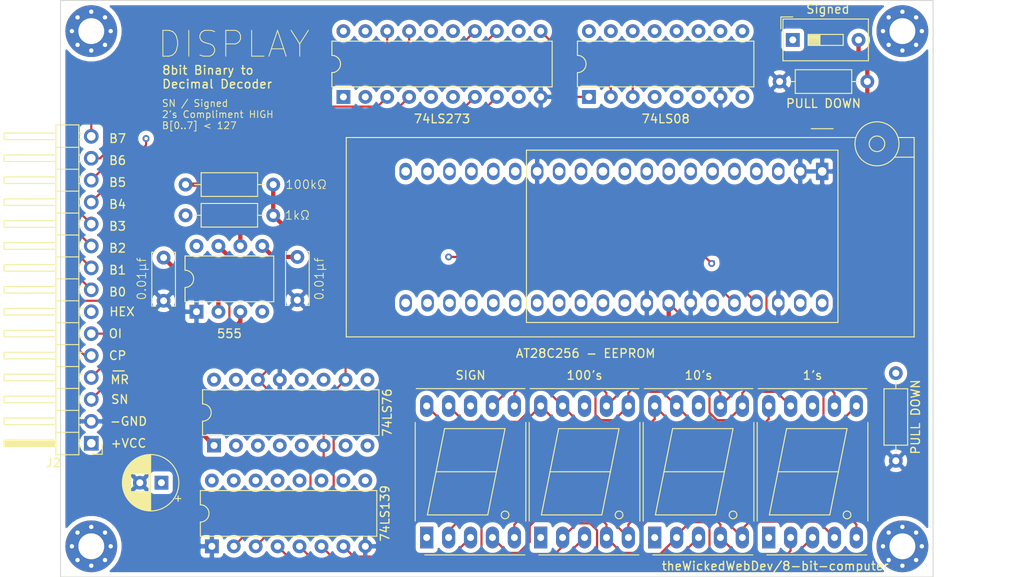
<source format=kicad_pcb>
(kicad_pcb (version 20171130) (host pcbnew "(5.1.10-1-10_14)")
  (layers (0 F.Cu signal) (1 In1.Cu signal) (2 In2.Cu signal hide) (31 B.Cu signal hide) (34 B.Paste user) (35 F.Paste user) (36 B.SilkS user) (37 F.SilkS user) (38 B.Mask user) (39 F.Mask user) (44 Edge.Cuts user))
  (net 0 "")
  (net 1 GND)
  (net 2 VCC)
  (net 3 "Net-(C133-Pad2)")
  (net 4 "Net-(C233-Pad1)")
  (net 5 "Net-(R1452-Pad1)")
  (net 6 "Net-(U2444-Pad15)")
  (net 7 "Net-(U1555-Pad4)")
  (net 8 "Net-(U2444-Pad11)")
  (net 9 "Net-(U2-Pad3)")
  (net 10 "Net-(U3-Pad5)")
  (net 11 BUS0)
  (net 12 BUS1)
  (net 13 BUS2)
  (net 14 BUS3)
  (net 15 BUS4)
  (net 16 BUS5)
  (net 17 BUS6)
  (net 18 BUS7)
  (net 19 RST)
  (net 20 CLOCK)
  (net 21 OI)
  (net 22 E_SEG)
  (net 23 D_SEG)
  (net 24 SIGN_DISPLAY)
  (net 25 C_SEG)
  (net 26 B_SEG)
  (net 27 A_SEG)
  (net 28 F_SEG)
  (net 29 G_SEG)
  (net 30 "Net-(U3-Pad19)")
  (net 31 "Net-(U3-Pad9)")
  (net 32 "Net-(U3-Pad16)")
  (net 33 "Net-(U3-Pad6)")
  (net 34 "Net-(U3-Pad15)")
  (net 35 "Net-(U3-Pad12)")
  (net 36 "Net-(U3-Pad2)")
  (net 37 100_DISPLAY)
  (net 38 10_DISPLAY)
  (net 39 1_DISPLAY)
  (net 40 DP_SEG)
  (net 41 A1)
  (net 42 A0)
  (net 43 RATE)
  (net 44 SIGNED)
  (net 45 HEX)
  (module Connector_PinHeader_2.54mm:PinHeader_1x15_P2.54mm_Horizontal (layer F.Cu) (at 86.868 58.928 180)
    (fp_text reference J2 (at 4.385 -2.27) (layer F.SilkS))
    (fp_text value Conn_01x15)
    (pad 15 thru_hole oval (at 0 35.56 180) (size 1.7 1.7) (drill 1) (layers *.Cu *.Mask) (net 18 BUS7))
    (pad 14 thru_hole oval (at 0 33.02 180) (size 1.7 1.7) (drill 1) (layers *.Cu *.Mask) (net 17 BUS6))
    (pad 13 thru_hole oval (at 0 30.48 180) (size 1.7 1.7) (drill 1) (layers *.Cu *.Mask) (net 16 BUS5))
    (pad 12 thru_hole oval (at 0 27.94 180) (size 1.7 1.7) (drill 1) (layers *.Cu *.Mask) (net 15 BUS4))
    (pad 11 thru_hole oval (at 0 25.4 180) (size 1.7 1.7) (drill 1) (layers *.Cu *.Mask) (net 14 BUS3))
    (pad 10 thru_hole oval (at 0 22.86 180) (size 1.7 1.7) (drill 1) (layers *.Cu *.Mask) (net 13 BUS2))
    (pad 9 thru_hole oval (at 0 20.32 180) (size 1.7 1.7) (drill 1) (layers *.Cu *.Mask) (net 12 BUS1))
    (pad 8 thru_hole oval (at 0 17.78 180) (size 1.7 1.7) (drill 1) (layers *.Cu *.Mask) (net 11 BUS0))
    (pad 7 thru_hole oval (at 0 15.24 180) (size 1.7 1.7) (drill 1) (layers *.Cu *.Mask) (net 45 HEX))
    (pad 6 thru_hole oval (at 0 12.7 180) (size 1.7 1.7) (drill 1) (layers *.Cu *.Mask) (net 21 OI))
    (pad 5 thru_hole oval (at 0 10.16 180) (size 1.7 1.7) (drill 1) (layers *.Cu *.Mask) (net 20 CLOCK))
    (pad 4 thru_hole oval (at 0 7.62 180) (size 1.7 1.7) (drill 1) (layers *.Cu *.Mask) (net 19 RST))
    (pad 3 thru_hole oval (at 0 5.08 180) (size 1.7 1.7) (drill 1) (layers *.Cu *.Mask) (net 44 SIGNED))
    (pad 2 thru_hole oval (at 0 2.54 180) (size 1.7 1.7) (drill 1) (layers *.Cu *.Mask) (net 1 GND))
    (pad 1 thru_hole rect (at 0 0 180) (size 1.7 1.7) (drill 1) (layers *.Cu *.Mask) (net 2 VCC))
  )
  (module Resistor_THT:R_Axial_DIN0207_L6.3mm_D2.5mm_P10.16mm_Horizontal (layer F.Cu) (at 180.086 60.96 90)
    (fp_text reference R2 hide)
    (fp_text value R_US)
    (pad 2 thru_hole oval (at 10.16 0 90) (size 1.6 1.6) (drill 0.8) (layers *.Cu *.Mask) (net 45 HEX))
    (pad 1 thru_hole circle (at 0 0 90) (size 1.6 1.6) (drill 0.8) (layers *.Cu *.Mask) (net 1 GND))
  )
  (module Button_Switch_THT:SW_DIP_SPSTx01_Slide_9.78x4.72mm_W7.62mm_P2.54mm (layer F.Cu) (at 168.148 12.192)
    (fp_text reference SW1 hide)
    (fp_text value SW_SPST)
    (pad 2 thru_hole oval (at 7.62 0) (size 1.6 1.6) (drill 0.8) (layers *.Cu *.Mask) (net 44 SIGNED))
    (pad 1 thru_hole rect (at 0 0) (size 1.6 1.6) (drill 0.8) (layers *.Cu *.Mask) (net 2 VCC))
  )
  (module Resistor_THT:R_Axial_DIN0207_L6.3mm_D2.5mm_P10.16mm_Horizontal (layer F.Cu) (at 166.624 17.018)
    (fp_text reference R1 hide)
    (fp_text value R_US)
    (pad 2 thru_hole oval (at 10.16 0) (size 1.6 1.6) (drill 0.8) (layers *.Cu *.Mask) (net 44 SIGNED))
    (pad 1 thru_hole circle (at 0 0) (size 1.6 1.6) (drill 0.8) (layers *.Cu *.Mask) (net 1 GND))
  )
  (module Capacitor_THT:CP_Radial_D6.3mm_P2.50mm (layer F.Cu) (at 94.996 63.5 180)
    (fp_text reference C16 hide)
    (fp_text value CP1 hide)
    (pad 2 thru_hole circle (at 2.5 0 180) (size 1.6 1.6) (drill 0.8) (layers *.Cu *.Mask) (net 1 GND))
    (pad 1 thru_hole rect (at 0 0 180) (size 1.6 1.6) (drill 0.8) (layers *.Cu *.Mask) (net 2 VCC))
  )
  (module MountingHole:MountingHole_3mm_Pad_Via (layer F.Cu) (at 86.868 11.176)
    (fp_text reference REF** hide)
    (fp_text value MountingHole_3mm_Pad_Via hide)
    (pad 1 thru_hole circle (at 1.59099 -1.59099) (size 0.8 0.8) (drill 0.5) (layers *.Cu *.Mask))
    (pad 1 thru_hole circle (at 0 -2.25) (size 0.8 0.8) (drill 0.5) (layers *.Cu *.Mask))
    (pad 1 thru_hole circle (at -1.59099 -1.59099) (size 0.8 0.8) (drill 0.5) (layers *.Cu *.Mask))
    (pad 1 thru_hole circle (at -2.25 0) (size 0.8 0.8) (drill 0.5) (layers *.Cu *.Mask))
    (pad 1 thru_hole circle (at -1.59099 1.59099) (size 0.8 0.8) (drill 0.5) (layers *.Cu *.Mask))
    (pad 1 thru_hole circle (at 0 2.25) (size 0.8 0.8) (drill 0.5) (layers *.Cu *.Mask))
    (pad 1 thru_hole circle (at 1.59099 1.59099) (size 0.8 0.8) (drill 0.5) (layers *.Cu *.Mask))
    (pad 1 thru_hole circle (at 2.25 0) (size 0.8 0.8) (drill 0.5) (layers *.Cu *.Mask))
    (pad 1 thru_hole circle (at 0 0) (size 6 6) (drill 3) (layers *.Cu *.Mask))
  )
  (module MountingHole:MountingHole_3mm_Pad_Via (layer F.Cu) (at 86.868 70.866)
    (fp_text reference REF** hide)
    (fp_text value MountingHole_3mm_Pad_Via hide)
    (pad 1 thru_hole circle (at 0 0) (size 6 6) (drill 3) (layers *.Cu *.Mask))
    (pad 1 thru_hole circle (at 2.25 0) (size 0.8 0.8) (drill 0.5) (layers *.Cu *.Mask))
    (pad 1 thru_hole circle (at 1.59099 1.59099) (size 0.8 0.8) (drill 0.5) (layers *.Cu *.Mask))
    (pad 1 thru_hole circle (at 0 2.25) (size 0.8 0.8) (drill 0.5) (layers *.Cu *.Mask))
    (pad 1 thru_hole circle (at -1.59099 1.59099) (size 0.8 0.8) (drill 0.5) (layers *.Cu *.Mask))
    (pad 1 thru_hole circle (at -2.25 0) (size 0.8 0.8) (drill 0.5) (layers *.Cu *.Mask))
    (pad 1 thru_hole circle (at -1.59099 -1.59099) (size 0.8 0.8) (drill 0.5) (layers *.Cu *.Mask))
    (pad 1 thru_hole circle (at 0 -2.25) (size 0.8 0.8) (drill 0.5) (layers *.Cu *.Mask))
    (pad 1 thru_hole circle (at 1.59099 -1.59099) (size 0.8 0.8) (drill 0.5) (layers *.Cu *.Mask))
  )
  (module MountingHole:MountingHole_3mm_Pad_Via (layer F.Cu) (at 180.848 11.176)
    (fp_text reference REF** hide)
    (fp_text value MountingHole_3mm_Pad_Via hide)
    (pad 1 thru_hole circle (at 0 0) (size 6 6) (drill 3) (layers *.Cu *.Mask))
    (pad 1 thru_hole circle (at 2.25 0) (size 0.8 0.8) (drill 0.5) (layers *.Cu *.Mask))
    (pad 1 thru_hole circle (at 1.59099 1.59099) (size 0.8 0.8) (drill 0.5) (layers *.Cu *.Mask))
    (pad 1 thru_hole circle (at 0 2.25) (size 0.8 0.8) (drill 0.5) (layers *.Cu *.Mask))
    (pad 1 thru_hole circle (at -1.59099 1.59099) (size 0.8 0.8) (drill 0.5) (layers *.Cu *.Mask))
    (pad 1 thru_hole circle (at -2.25 0) (size 0.8 0.8) (drill 0.5) (layers *.Cu *.Mask))
    (pad 1 thru_hole circle (at -1.59099 -1.59099) (size 0.8 0.8) (drill 0.5) (layers *.Cu *.Mask))
    (pad 1 thru_hole circle (at 0 -2.25) (size 0.8 0.8) (drill 0.5) (layers *.Cu *.Mask))
    (pad 1 thru_hole circle (at 1.59099 -1.59099) (size 0.8 0.8) (drill 0.5) (layers *.Cu *.Mask))
  )
  (module MountingHole:MountingHole_3mm_Pad_Via (layer F.Cu) (at 180.848 70.866)
    (fp_text reference REF** hide)
    (fp_text value MountingHole_3mm_Pad_Via hide)
    (pad 1 thru_hole circle (at 1.59099 -1.59099) (size 0.8 0.8) (drill 0.5) (layers *.Cu *.Mask))
    (pad 1 thru_hole circle (at 0 -2.25) (size 0.8 0.8) (drill 0.5) (layers *.Cu *.Mask))
    (pad 1 thru_hole circle (at -1.59099 -1.59099) (size 0.8 0.8) (drill 0.5) (layers *.Cu *.Mask))
    (pad 1 thru_hole circle (at -2.25 0) (size 0.8 0.8) (drill 0.5) (layers *.Cu *.Mask))
    (pad 1 thru_hole circle (at -1.59099 1.59099) (size 0.8 0.8) (drill 0.5) (layers *.Cu *.Mask))
    (pad 1 thru_hole circle (at 0 2.25) (size 0.8 0.8) (drill 0.5) (layers *.Cu *.Mask))
    (pad 1 thru_hole circle (at 1.59099 1.59099) (size 0.8 0.8) (drill 0.5) (layers *.Cu *.Mask))
    (pad 1 thru_hole circle (at 2.25 0) (size 0.8 0.8) (drill 0.5) (layers *.Cu *.Mask))
    (pad 1 thru_hole circle (at 0 0) (size 6 6) (drill 3) (layers *.Cu *.Mask))
  )
  (module Package_DIP:DIP-16_W7.62mm (layer F.Cu) (at 100.838 70.866 90)
    (fp_text reference U4332 hide)
    (fp_text value 74LS139)
    (pad 16 thru_hole oval (at 7.62 0 90) (size 1.6 1.6) (drill 0.8) (layers *.Cu *.Mask) (net 2 VCC))
    (pad 8 thru_hole oval (at 0 17.78 90) (size 1.6 1.6) (drill 0.8) (layers *.Cu *.Mask) (net 1 GND))
    (pad 15 thru_hole oval (at 7.62 2.54 90) (size 1.6 1.6) (drill 0.8) (layers *.Cu *.Mask))
    (pad 7 thru_hole oval (at 0 15.24 90) (size 1.6 1.6) (drill 0.8) (layers *.Cu *.Mask) (net 24 SIGN_DISPLAY))
    (pad 14 thru_hole oval (at 7.62 5.08 90) (size 1.6 1.6) (drill 0.8) (layers *.Cu *.Mask))
    (pad 6 thru_hole oval (at 0 12.7 90) (size 1.6 1.6) (drill 0.8) (layers *.Cu *.Mask) (net 37 100_DISPLAY))
    (pad 13 thru_hole oval (at 7.62 7.62 90) (size 1.6 1.6) (drill 0.8) (layers *.Cu *.Mask))
    (pad 5 thru_hole oval (at 0 10.16 90) (size 1.6 1.6) (drill 0.8) (layers *.Cu *.Mask) (net 38 10_DISPLAY))
    (pad 12 thru_hole oval (at 7.62 10.16 90) (size 1.6 1.6) (drill 0.8) (layers *.Cu *.Mask))
    (pad 4 thru_hole oval (at 0 7.62 90) (size 1.6 1.6) (drill 0.8) (layers *.Cu *.Mask) (net 39 1_DISPLAY))
    (pad 11 thru_hole oval (at 7.62 12.7 90) (size 1.6 1.6) (drill 0.8) (layers *.Cu *.Mask))
    (pad 3 thru_hole oval (at 0 5.08 90) (size 1.6 1.6) (drill 0.8) (layers *.Cu *.Mask) (net 41 A1))
    (pad 10 thru_hole oval (at 7.62 15.24 90) (size 1.6 1.6) (drill 0.8) (layers *.Cu *.Mask))
    (pad 2 thru_hole oval (at 0 2.54 90) (size 1.6 1.6) (drill 0.8) (layers *.Cu *.Mask) (net 42 A0))
    (pad 9 thru_hole oval (at 7.62 17.78 90) (size 1.6 1.6) (drill 0.8) (layers *.Cu *.Mask))
    (pad 1 thru_hole rect (at 0 0 90) (size 1.6 1.6) (drill 0.8) (layers *.Cu *.Mask) (net 1 GND))
  )
  (module Package_DIP:DIP-16_W7.62mm (layer F.Cu) (at 101.092 59.182 90)
    (fp_text reference U2444 hide)
    (fp_text value 74LS76)
    (pad 16 thru_hole oval (at 7.62 0 90) (size 1.6 1.6) (drill 0.8) (layers *.Cu *.Mask) (net 2 VCC))
    (pad 8 thru_hole oval (at 0 17.78 90) (size 1.6 1.6) (drill 0.8) (layers *.Cu *.Mask) (net 2 VCC))
    (pad 15 thru_hole oval (at 7.62 2.54 90) (size 1.6 1.6) (drill 0.8) (layers *.Cu *.Mask) (net 6 "Net-(U2444-Pad15)"))
    (pad 7 thru_hole oval (at 0 15.24 90) (size 1.6 1.6) (drill 0.8) (layers *.Cu *.Mask) (net 2 VCC))
    (pad 14 thru_hole oval (at 7.62 5.08 90) (size 1.6 1.6) (drill 0.8) (layers *.Cu *.Mask) (net 42 A0))
    (pad 6 thru_hole oval (at 0 12.7 90) (size 1.6 1.6) (drill 0.8) (layers *.Cu *.Mask) (net 42 A0))
    (pad 13 thru_hole oval (at 7.62 7.62 90) (size 1.6 1.6) (drill 0.8) (layers *.Cu *.Mask) (net 1 GND))
    (pad 5 thru_hole oval (at 0 10.16 90) (size 1.6 1.6) (drill 0.8) (layers *.Cu *.Mask) (net 2 VCC))
    (pad 12 thru_hole oval (at 7.62 10.16 90) (size 1.6 1.6) (drill 0.8) (layers *.Cu *.Mask) (net 2 VCC))
    (pad 4 thru_hole oval (at 0 7.62 90) (size 1.6 1.6) (drill 0.8) (layers *.Cu *.Mask) (net 2 VCC))
    (pad 11 thru_hole oval (at 7.62 12.7 90) (size 1.6 1.6) (drill 0.8) (layers *.Cu *.Mask) (net 8 "Net-(U2444-Pad11)"))
    (pad 3 thru_hole oval (at 0 5.08 90) (size 1.6 1.6) (drill 0.8) (layers *.Cu *.Mask) (net 2 VCC))
    (pad 10 thru_hole oval (at 7.62 15.24 90) (size 1.6 1.6) (drill 0.8) (layers *.Cu *.Mask) (net 41 A1))
    (pad 2 thru_hole oval (at 0 2.54 90) (size 1.6 1.6) (drill 0.8) (layers *.Cu *.Mask) (net 2 VCC))
    (pad 9 thru_hole oval (at 7.62 17.78 90) (size 1.6 1.6) (drill 0.8) (layers *.Cu *.Mask) (net 2 VCC))
    (pad 1 thru_hole rect (at 0 0 90) (size 1.6 1.6) (drill 0.8) (layers *.Cu *.Mask) (net 43 RATE))
  )
  (module Package_DIP:DIP-8_W7.62mm (layer F.Cu) (at 99.06 43.688 90)
    (fp_text reference U1555 hide)
    (fp_text value NE55P)
    (pad 8 thru_hole oval (at 7.62 0 90) (size 1.6 1.6) (drill 0.8) (layers *.Cu *.Mask) (net 2 VCC))
    (pad 4 thru_hole oval (at 0 7.62 90) (size 1.6 1.6) (drill 0.8) (layers *.Cu *.Mask) (net 7 "Net-(U1555-Pad4)"))
    (pad 7 thru_hole oval (at 7.62 2.54 90) (size 1.6 1.6) (drill 0.8) (layers *.Cu *.Mask) (net 5 "Net-(R1452-Pad1)"))
    (pad 3 thru_hole oval (at 0 5.08 90) (size 1.6 1.6) (drill 0.8) (layers *.Cu *.Mask) (net 43 RATE))
    (pad 6 thru_hole oval (at 7.62 5.08 90) (size 1.6 1.6) (drill 0.8) (layers *.Cu *.Mask) (net 3 "Net-(C133-Pad2)"))
    (pad 2 thru_hole oval (at 0 2.54 90) (size 1.6 1.6) (drill 0.8) (layers *.Cu *.Mask) (net 3 "Net-(C133-Pad2)"))
    (pad 5 thru_hole oval (at 7.62 7.62 90) (size 1.6 1.6) (drill 0.8) (layers *.Cu *.Mask) (net 4 "Net-(C233-Pad1)"))
    (pad 1 thru_hole rect (at 0 0 90) (size 1.6 1.6) (drill 0.8) (layers *.Cu *.Mask) (net 1 GND))
  )
  (module 8-bit-computer:DIP_Socket-40_W11.9_W12.7_W15.24_W17.78_W18.5_3M_240-1280-00-0602J (layer F.Cu) (at 149.86 34.798 270)
    (fp_text reference U9 hide)
    (fp_text value AT28C256)
    (pad "" thru_hole oval (at 7.874 26.5684 270) (size 2 1.44) (drill 1) (layers *.Cu *.Mask))
    (pad "" thru_hole oval (at -7.366 26.5684 270) (size 2 1.44) (drill 1) (layers *.Cu *.Mask))
    (pad "" thru_hole oval (at 7.874 24.0284 270) (size 2 1.44) (drill 1) (layers *.Cu *.Mask))
    (pad "" thru_hole oval (at -7.366 24.0284 270) (size 2 1.44) (drill 1) (layers *.Cu *.Mask))
    (pad "" thru_hole oval (at 7.874 21.4884 270) (size 2 1.44) (drill 1) (layers *.Cu *.Mask))
    (pad "" thru_hole oval (at -7.366 21.4884 270) (size 2 1.44) (drill 1) (layers *.Cu *.Mask))
    (pad "" thru_hole oval (at 7.874 18.9484 270) (size 2 1.44) (drill 1) (layers *.Cu *.Mask))
    (pad "" thru_hole oval (at -7.366 18.9484 270) (size 2 1.44) (drill 1) (layers *.Cu *.Mask))
    (pad "" thru_hole oval (at 7.874 16.4084 270) (size 2 1.44) (drill 1) (layers *.Cu *.Mask))
    (pad "" thru_hole oval (at -7.366 16.4084 270) (size 2 1.44) (drill 1) (layers *.Cu *.Mask))
    (pad "" thru_hole oval (at 7.874 13.8684 270) (size 2 1.44) (drill 1) (layers *.Cu *.Mask))
    (pad "" thru_hole oval (at -7.366 13.8684 270) (size 2 1.44) (drill 1) (layers *.Cu *.Mask))
    (pad 15 thru_hole oval (at 7.874 11.3284 270) (size 2 1.44) (drill 1) (layers *.Cu *.Mask) (net 23 D_SEG))
    (pad 14 thru_hole oval (at -7.366 11.3284 270) (size 2 1.44) (drill 1) (layers *.Cu *.Mask) (net 1 GND))
    (pad 16 thru_hole oval (at 7.874 8.7884 270) (size 2 1.44) (drill 1) (layers *.Cu *.Mask) (net 25 C_SEG))
    (pad 13 thru_hole oval (at -7.366 8.7884 270) (size 2 1.44) (drill 1) (layers *.Cu *.Mask) (net 22 E_SEG))
    (pad 17 thru_hole oval (at 7.874 6.2484 270) (size 2 1.44) (drill 1) (layers *.Cu *.Mask) (net 26 B_SEG))
    (pad 12 thru_hole oval (at -7.366 6.2484 270) (size 2 1.44) (drill 1) (layers *.Cu *.Mask) (net 28 F_SEG))
    (pad 18 thru_hole oval (at 7.874 3.7084 270) (size 2 1.44) (drill 1) (layers *.Cu *.Mask) (net 27 A_SEG))
    (pad 11 thru_hole oval (at -7.366 3.7084 270) (size 2 1.44) (drill 1) (layers *.Cu *.Mask) (net 29 G_SEG))
    (pad 19 thru_hole oval (at 7.874 1.1684 270) (size 2 1.44) (drill 1) (layers *.Cu *.Mask) (net 40 DP_SEG))
    (pad 10 thru_hole oval (at -7.366 1.1684 270) (size 2 1.44) (drill 1) (layers *.Cu *.Mask) (net 30 "Net-(U3-Pad19)"))
    (pad 20 thru_hole oval (at 7.874 -1.3716 270) (size 2 1.44) (drill 1) (layers *.Cu *.Mask) (net 1 GND))
    (pad 9 thru_hole oval (at -7.366 -1.3716 270) (size 2 1.44) (drill 1) (layers *.Cu *.Mask) (net 32 "Net-(U3-Pad16)"))
    (pad 21 thru_hole oval (at 7.874 -3.9116 270) (size 2 1.44) (drill 1) (layers *.Cu *.Mask) (net 44 SIGNED))
    (pad 8 thru_hole oval (at -7.366 -3.9116 270) (size 2 1.44) (drill 1) (layers *.Cu *.Mask) (net 34 "Net-(U3-Pad15)"))
    (pad 22 thru_hole oval (at 7.874 -6.4516 270) (size 2 1.44) (drill 1) (layers *.Cu *.Mask) (net 1 GND))
    (pad 7 thru_hole oval (at -7.366 -6.4516 270) (size 2 1.44) (drill 1) (layers *.Cu *.Mask) (net 35 "Net-(U3-Pad12)"))
    (pad 23 thru_hole oval (at 7.874 -8.9916 270) (size 2 1.44) (drill 1) (layers *.Cu *.Mask) (net 45 HEX))
    (pad 6 thru_hole oval (at -7.366 -8.9916 270) (size 2 1.44) (drill 1) (layers *.Cu *.Mask) (net 31 "Net-(U3-Pad9)"))
    (pad 24 thru_hole oval (at 7.874 -11.5316 270) (size 2 1.44) (drill 1) (layers *.Cu *.Mask) (net 41 A1))
    (pad 5 thru_hole oval (at -7.366 -11.5316 270) (size 2 1.44) (drill 1) (layers *.Cu *.Mask) (net 33 "Net-(U3-Pad6)"))
    (pad 25 thru_hole oval (at 7.874 -14.0716 270) (size 2 1.44) (drill 1) (layers *.Cu *.Mask) (net 42 A0))
    (pad 4 thru_hole oval (at -7.366 -14.0716 270) (size 2 1.44) (drill 1) (layers *.Cu *.Mask) (net 10 "Net-(U3-Pad5)"))
    (pad 26 thru_hole oval (at 7.874 -16.6116 270) (size 2 1.44) (drill 1) (layers *.Cu *.Mask) (net 1 GND))
    (pad 3 thru_hole oval (at -7.366 -16.6116 270) (size 2 1.44) (drill 1) (layers *.Cu *.Mask) (net 36 "Net-(U3-Pad2)"))
    (pad 27 thru_hole oval (at 7.874 -19.1516 270) (size 2 1.44) (drill 1) (layers *.Cu *.Mask) (net 2 VCC))
    (pad 2 thru_hole oval (at -7.366 -19.1516 270) (size 2 1.44) (drill 1) (layers *.Cu *.Mask) (net 1 GND))
    (pad 28 thru_hole oval (at 7.874 -21.6916 270) (size 2 1.44) (drill 1) (layers *.Cu *.Mask) (net 2 VCC))
    (pad 1 thru_hole rect (at -7.366 -21.6916 270) (size 2 1.44) (drill 1) (layers *.Cu *.Mask) (net 1 GND))
  )
  (module Display_7Segment:7SegmentLED_LTS6760_LTS6780 (layer F.Cu) (at 165.354 69.85 90)
    (fp_text reference U6 hide)
    (fp_text value HDSP-7503 hide)
    (pad 1 thru_hole rect (at 0 0) (size 1.524 2.524) (drill 0.8) (layers *.Cu *.Mask) (net 22 E_SEG))
    (pad 2 thru_hole oval (at 0 2.54) (size 1.524 2.524) (drill 0.8) (layers *.Cu *.Mask) (net 23 D_SEG))
    (pad 3 thru_hole oval (at 0 5.08) (size 1.524 2.524) (drill 0.8) (layers *.Cu *.Mask) (net 39 1_DISPLAY))
    (pad 4 thru_hole oval (at 0 7.62) (size 1.524 2.524) (drill 0.8) (layers *.Cu *.Mask) (net 25 C_SEG))
    (pad 5 thru_hole oval (at 0 10.16) (size 1.524 2.524) (drill 0.8) (layers *.Cu *.Mask) (net 40 DP_SEG))
    (pad 6 thru_hole oval (at 15.24 10.16) (size 1.524 2.524) (drill 0.8) (layers *.Cu *.Mask) (net 26 B_SEG))
    (pad 7 thru_hole oval (at 15.24 7.62) (size 1.524 2.524) (drill 0.8) (layers *.Cu *.Mask) (net 27 A_SEG))
    (pad 8 thru_hole oval (at 15.24 5.08) (size 1.524 2.524) (drill 0.8) (layers *.Cu *.Mask) (net 39 1_DISPLAY))
    (pad 9 thru_hole oval (at 15.24 2.54) (size 1.524 2.524) (drill 0.8) (layers *.Cu *.Mask) (net 28 F_SEG))
    (pad 10 thru_hole oval (at 15.24 0) (size 1.524 2.524) (drill 0.8) (layers *.Cu *.Mask) (net 29 G_SEG))
  )
  (module Display_7Segment:7SegmentLED_LTS6760_LTS6780 (layer F.Cu) (at 152.146 69.85 90)
    (fp_text reference U5 hide)
    (fp_text value HDSP-7503 hide)
    (pad 1 thru_hole rect (at 0 0) (size 1.524 2.524) (drill 0.8) (layers *.Cu *.Mask) (net 22 E_SEG))
    (pad 2 thru_hole oval (at 0 2.54) (size 1.524 2.524) (drill 0.8) (layers *.Cu *.Mask) (net 23 D_SEG))
    (pad 3 thru_hole oval (at 0 5.08) (size 1.524 2.524) (drill 0.8) (layers *.Cu *.Mask) (net 38 10_DISPLAY))
    (pad 4 thru_hole oval (at 0 7.62) (size 1.524 2.524) (drill 0.8) (layers *.Cu *.Mask) (net 25 C_SEG))
    (pad 5 thru_hole oval (at 0 10.16) (size 1.524 2.524) (drill 0.8) (layers *.Cu *.Mask) (net 40 DP_SEG))
    (pad 6 thru_hole oval (at 15.24 10.16) (size 1.524 2.524) (drill 0.8) (layers *.Cu *.Mask) (net 26 B_SEG))
    (pad 7 thru_hole oval (at 15.24 7.62) (size 1.524 2.524) (drill 0.8) (layers *.Cu *.Mask) (net 27 A_SEG))
    (pad 8 thru_hole oval (at 15.24 5.08) (size 1.524 2.524) (drill 0.8) (layers *.Cu *.Mask) (net 38 10_DISPLAY))
    (pad 9 thru_hole oval (at 15.24 2.54) (size 1.524 2.524) (drill 0.8) (layers *.Cu *.Mask) (net 28 F_SEG))
    (pad 10 thru_hole oval (at 15.24 0) (size 1.524 2.524) (drill 0.8) (layers *.Cu *.Mask) (net 29 G_SEG))
  )
  (module Display_7Segment:7SegmentLED_LTS6760_LTS6780 (layer F.Cu) (at 138.938 69.85 90)
    (fp_text reference U4 hide)
    (fp_text value HDSP-7503 hide)
    (pad 1 thru_hole rect (at 0 0) (size 1.524 2.524) (drill 0.8) (layers *.Cu *.Mask) (net 22 E_SEG))
    (pad 2 thru_hole oval (at 0 2.54) (size 1.524 2.524) (drill 0.8) (layers *.Cu *.Mask) (net 23 D_SEG))
    (pad 3 thru_hole oval (at 0 5.08) (size 1.524 2.524) (drill 0.8) (layers *.Cu *.Mask) (net 37 100_DISPLAY))
    (pad 4 thru_hole oval (at 0 7.62) (size 1.524 2.524) (drill 0.8) (layers *.Cu *.Mask) (net 25 C_SEG))
    (pad 5 thru_hole oval (at 0 10.16) (size 1.524 2.524) (drill 0.8) (layers *.Cu *.Mask) (net 40 DP_SEG))
    (pad 6 thru_hole oval (at 15.24 10.16) (size 1.524 2.524) (drill 0.8) (layers *.Cu *.Mask) (net 26 B_SEG))
    (pad 7 thru_hole oval (at 15.24 7.62) (size 1.524 2.524) (drill 0.8) (layers *.Cu *.Mask) (net 27 A_SEG))
    (pad 8 thru_hole oval (at 15.24 5.08) (size 1.524 2.524) (drill 0.8) (layers *.Cu *.Mask) (net 37 100_DISPLAY))
    (pad 9 thru_hole oval (at 15.24 2.54) (size 1.524 2.524) (drill 0.8) (layers *.Cu *.Mask) (net 28 F_SEG))
    (pad 10 thru_hole oval (at 15.24 0) (size 1.524 2.524) (drill 0.8) (layers *.Cu *.Mask) (net 29 G_SEG))
  )
  (module Package_DIP:DIP-20_W7.62mm (layer F.Cu) (at 116.078 18.796 90)
    (fp_text reference U3 hide)
    (fp_text value 74LS273)
    (pad 20 thru_hole oval (at 7.62 0 90) (size 1.6 1.6) (drill 0.8) (layers *.Cu *.Mask) (net 2 VCC))
    (pad 10 thru_hole oval (at 0 22.86 90) (size 1.6 1.6) (drill 0.8) (layers *.Cu *.Mask) (net 1 GND))
    (pad 19 thru_hole oval (at 7.62 2.54 90) (size 1.6 1.6) (drill 0.8) (layers *.Cu *.Mask) (net 30 "Net-(U3-Pad19)"))
    (pad 9 thru_hole oval (at 0 20.32 90) (size 1.6 1.6) (drill 0.8) (layers *.Cu *.Mask) (net 31 "Net-(U3-Pad9)"))
    (pad 18 thru_hole oval (at 7.62 5.08 90) (size 1.6 1.6) (drill 0.8) (layers *.Cu *.Mask) (net 11 BUS0))
    (pad 8 thru_hole oval (at 0 17.78 90) (size 1.6 1.6) (drill 0.8) (layers *.Cu *.Mask) (net 15 BUS4))
    (pad 17 thru_hole oval (at 7.62 7.62 90) (size 1.6 1.6) (drill 0.8) (layers *.Cu *.Mask) (net 12 BUS1))
    (pad 7 thru_hole oval (at 0 15.24 90) (size 1.6 1.6) (drill 0.8) (layers *.Cu *.Mask) (net 16 BUS5))
    (pad 16 thru_hole oval (at 7.62 10.16 90) (size 1.6 1.6) (drill 0.8) (layers *.Cu *.Mask) (net 32 "Net-(U3-Pad16)"))
    (pad 6 thru_hole oval (at 0 12.7 90) (size 1.6 1.6) (drill 0.8) (layers *.Cu *.Mask) (net 33 "Net-(U3-Pad6)"))
    (pad 15 thru_hole oval (at 7.62 12.7 90) (size 1.6 1.6) (drill 0.8) (layers *.Cu *.Mask) (net 34 "Net-(U3-Pad15)"))
    (pad 5 thru_hole oval (at 0 10.16 90) (size 1.6 1.6) (drill 0.8) (layers *.Cu *.Mask) (net 10 "Net-(U3-Pad5)"))
    (pad 14 thru_hole oval (at 7.62 15.24 90) (size 1.6 1.6) (drill 0.8) (layers *.Cu *.Mask) (net 13 BUS2))
    (pad 4 thru_hole oval (at 0 7.62 90) (size 1.6 1.6) (drill 0.8) (layers *.Cu *.Mask) (net 17 BUS6))
    (pad 13 thru_hole oval (at 7.62 17.78 90) (size 1.6 1.6) (drill 0.8) (layers *.Cu *.Mask) (net 14 BUS3))
    (pad 3 thru_hole oval (at 0 5.08 90) (size 1.6 1.6) (drill 0.8) (layers *.Cu *.Mask) (net 18 BUS7))
    (pad 12 thru_hole oval (at 7.62 20.32 90) (size 1.6 1.6) (drill 0.8) (layers *.Cu *.Mask) (net 35 "Net-(U3-Pad12)"))
    (pad 2 thru_hole oval (at 0 2.54 90) (size 1.6 1.6) (drill 0.8) (layers *.Cu *.Mask) (net 36 "Net-(U3-Pad2)"))
    (pad 11 thru_hole oval (at 7.62 22.86 90) (size 1.6 1.6) (drill 0.8) (layers *.Cu *.Mask) (net 9 "Net-(U2-Pad3)"))
    (pad 1 thru_hole rect (at 0 0 90) (size 1.6 1.6) (drill 0.8) (layers *.Cu *.Mask) (net 19 RST))
  )
  (module Package_DIP:DIP-16_W7.62mm (layer F.Cu) (at 144.526 18.796 90)
    (fp_text reference U2 hide)
    (fp_text value 74LS08)
    (pad 16 thru_hole oval (at 7.62 0 90) (size 1.6 1.6) (drill 0.8) (layers *.Cu *.Mask))
    (pad 8 thru_hole oval (at 0 17.78 90) (size 1.6 1.6) (drill 0.8) (layers *.Cu *.Mask))
    (pad 15 thru_hole oval (at 7.62 2.54 90) (size 1.6 1.6) (drill 0.8) (layers *.Cu *.Mask))
    (pad 7 thru_hole oval (at 0 15.24 90) (size 1.6 1.6) (drill 0.8) (layers *.Cu *.Mask) (net 1 GND))
    (pad 14 thru_hole oval (at 7.62 5.08 90) (size 1.6 1.6) (drill 0.8) (layers *.Cu *.Mask) (net 2 VCC))
    (pad 6 thru_hole oval (at 0 12.7 90) (size 1.6 1.6) (drill 0.8) (layers *.Cu *.Mask))
    (pad 13 thru_hole oval (at 7.62 7.62 90) (size 1.6 1.6) (drill 0.8) (layers *.Cu *.Mask))
    (pad 5 thru_hole oval (at 0 10.16 90) (size 1.6 1.6) (drill 0.8) (layers *.Cu *.Mask))
    (pad 12 thru_hole oval (at 7.62 10.16 90) (size 1.6 1.6) (drill 0.8) (layers *.Cu *.Mask))
    (pad 4 thru_hole oval (at 0 7.62 90) (size 1.6 1.6) (drill 0.8) (layers *.Cu *.Mask))
    (pad 11 thru_hole oval (at 7.62 12.7 90) (size 1.6 1.6) (drill 0.8) (layers *.Cu *.Mask))
    (pad 3 thru_hole oval (at 0 5.08 90) (size 1.6 1.6) (drill 0.8) (layers *.Cu *.Mask) (net 9 "Net-(U2-Pad3)"))
    (pad 10 thru_hole oval (at 7.62 15.24 90) (size 1.6 1.6) (drill 0.8) (layers *.Cu *.Mask))
    (pad 2 thru_hole oval (at 0 2.54 90) (size 1.6 1.6) (drill 0.8) (layers *.Cu *.Mask) (net 20 CLOCK))
    (pad 9 thru_hole oval (at 7.62 17.78 90) (size 1.6 1.6) (drill 0.8) (layers *.Cu *.Mask))
    (pad 1 thru_hole rect (at 0 0 90) (size 1.6 1.6) (drill 0.8) (layers *.Cu *.Mask) (net 21 OI))
  )
  (module Display_7Segment:7SegmentLED_LTS6760_LTS6780 (layer F.Cu) (at 125.73 69.85 90)
    (fp_text reference U1 hide)
    (fp_text value HDSP-7503 hide)
    (pad 1 thru_hole rect (at 0 0) (size 1.524 2.524) (drill 0.8) (layers *.Cu *.Mask) (net 22 E_SEG))
    (pad 2 thru_hole oval (at 0 2.54) (size 1.524 2.524) (drill 0.8) (layers *.Cu *.Mask) (net 23 D_SEG))
    (pad 3 thru_hole oval (at 0 5.08) (size 1.524 2.524) (drill 0.8) (layers *.Cu *.Mask) (net 24 SIGN_DISPLAY))
    (pad 4 thru_hole oval (at 0 7.62) (size 1.524 2.524) (drill 0.8) (layers *.Cu *.Mask) (net 25 C_SEG))
    (pad 5 thru_hole oval (at 0 10.16) (size 1.524 2.524) (drill 0.8) (layers *.Cu *.Mask) (net 40 DP_SEG))
    (pad 6 thru_hole oval (at 15.24 10.16) (size 1.524 2.524) (drill 0.8) (layers *.Cu *.Mask) (net 26 B_SEG))
    (pad 7 thru_hole oval (at 15.24 7.62) (size 1.524 2.524) (drill 0.8) (layers *.Cu *.Mask) (net 27 A_SEG))
    (pad 8 thru_hole oval (at 15.24 5.08) (size 1.524 2.524) (drill 0.8) (layers *.Cu *.Mask) (net 24 SIGN_DISPLAY))
    (pad 9 thru_hole oval (at 15.24 2.54) (size 1.524 2.524) (drill 0.8) (layers *.Cu *.Mask) (net 28 F_SEG))
    (pad 10 thru_hole oval (at 15.24 0) (size 1.524 2.524) (drill 0.8) (layers *.Cu *.Mask) (net 29 G_SEG))
  )
  (module Resistor_THT:R_Axial_DIN0207_L6.3mm_D2.5mm_P10.16mm_Horizontal (layer F.Cu) (at 107.95 32.512 180)
    (fp_text reference R2123 hide)
    (fp_text value R_US hide)
    (pad 2 thru_hole oval (at 10.16 0 180) (size 1.6 1.6) (drill 0.8) (layers *.Cu *.Mask) (net 2 VCC))
    (pad 1 thru_hole circle (at 0 0 180) (size 1.6 1.6) (drill 0.8) (layers *.Cu *.Mask) (net 5 "Net-(R1452-Pad1)"))
  )
  (module Resistor_THT:R_Axial_DIN0207_L6.3mm_D2.5mm_P10.16mm_Horizontal (layer F.Cu) (at 107.95 28.956 180)
    (fp_text reference R1452 hide)
    (fp_text value R_US hide)
    (pad 2 thru_hole oval (at 10.16 0 180) (size 1.6 1.6) (drill 0.8) (layers *.Cu *.Mask) (net 3 "Net-(C133-Pad2)"))
    (pad 1 thru_hole circle (at 0 0 180) (size 1.6 1.6) (drill 0.8) (layers *.Cu *.Mask) (net 5 "Net-(R1452-Pad1)"))
  )
  (module Capacitor_THT:C_Disc_D6.0mm_W2.5mm_P5.00mm (layer F.Cu) (at 110.744 37.338 270)
    (fp_text reference C233 hide)
    (fp_text value C)
    (pad 2 thru_hole circle (at 5 0 270) (size 1.6 1.6) (drill 0.8) (layers *.Cu *.Mask) (net 1 GND))
    (pad 1 thru_hole circle (at 0 0 270) (size 1.6 1.6) (drill 0.8) (layers *.Cu *.Mask) (net 4 "Net-(C233-Pad1)"))
  )
  (module Capacitor_THT:C_Disc_D6.0mm_W2.5mm_P5.00mm (layer F.Cu) (at 95.25 42.418 90)
    (fp_text reference C133 hide)
    (fp_text value CP hide)
    (pad 2 thru_hole circle (at 5 0 90) (size 1.6 1.6) (drill 0.8) (layers *.Cu *.Mask) (net 3 "Net-(C133-Pad2)"))
    (pad 1 thru_hole circle (at 0 0 90) (size 1.6 1.6) (drill 0.8) (layers *.Cu *.Mask) (net 1 GND))
  )
  (gr_text "PULL DOWN" (at 171.704 19.558) (layer F.SilkS) (effects (font (size 1 1))))
  (gr_line (start 184.404 7.62) (end 183.134 7.62) (layer Edge.Cuts) (width 0.1))
  (gr_line (start 184.404 74.422) (end 83.312 74.422) (layer Edge.Cuts) (width 0.1))
  (gr_line (start 184.404 7.62) (end 184.404 74.422) (layer Edge.Cuts) (width 0.1))
  (gr_text HEX (at 90.424 43.688) (layer F.SilkS) (effects (font (size 1 1))))
  (gr_text "PULL DOWN" (at 182.372 55.88 90) (layer F.SilkS) (effects (font (size 1 1))))
  (gr_text Signed (at 172.212 8.636) (layer F.SilkS) (effects (font (size 1 1))))
  (gr_text "SN / Signed\n2’s Compliment HIGH\nB[0..7] < 127" (at 94.996 20.828) (layer F.SilkS) (effects (font (size 0.8 0.8) (thickness 0.1)) (justify left)))
  (gr_line (start 89.408 50.546) (end 90.678 50.546) (layer F.SilkS) (width 0.15))
  (gr_text 0.01μf (at 92.71 39.878 90) (layer F.SilkS) (effects (font (size 1 1) (thickness 0.1))))
  (gr_text 0.01μf (at 113.284 39.878 90) (layer F.SilkS) (effects (font (size 1 1) (thickness 0.1))))
  (gr_text 1kΩ (at 110.744 32.512) (layer F.SilkS) (effects (font (size 1 1) (thickness 0.1))))
  (gr_text 100kΩ (at 111.76 28.956) (layer F.SilkS) (effects (font (size 1 1) (thickness 0.1))))
  (gr_text SN (at 90.17 53.848) (layer F.SilkS) (effects (font (size 1 1))))
  (gr_text 74LS08 (at 153.416 21.336) (layer F.SilkS) (effects (font (size 1 1))))
  (gr_text 74LS273 (at 127.508 21.336) (layer F.SilkS) (effects (font (size 1 1))))
  (gr_text CP (at 89.916 48.768) (layer F.SilkS) (effects (font (size 1 1))))
  (gr_text OI (at 89.662 46.228) (layer F.SilkS) (effects (font (size 1 1))))
  (gr_text MR (at 90.17 51.562) (layer F.SilkS) (effects (font (size 1 1))))
  (gr_text B0 (at 89.916 41.402) (layer F.SilkS) (effects (font (size 1 1))))
  (gr_text B1 (at 89.916 38.862) (layer F.SilkS) (effects (font (size 1 1))))
  (gr_text B2 (at 89.916 36.322) (layer F.SilkS) (effects (font (size 1 1))))
  (gr_text B3 (at 89.916 33.782) (layer F.SilkS) (effects (font (size 1 1))))
  (gr_text B4 (at 89.916 31.242) (layer F.SilkS) (effects (font (size 1 1))))
  (gr_text B5 (at 89.916 28.702) (layer F.SilkS) (effects (font (size 1 1))))
  (gr_text B6 (at 89.916 26.162) (layer F.SilkS) (effects (font (size 1 1))))
  (gr_text B7 (at 89.916 23.622) (layer F.SilkS) (effects (font (size 1 1))))
  (gr_text 555 (at 102.87 46.228) (layer F.SilkS) (effects (font (size 1 1))))
  (gr_text 74LS139 (at 120.904 67.056 90) (layer F.SilkS) (effects (font (size 1 1))))
  (gr_text 74LS76 (at 121.158 55.372 90) (layer F.SilkS) (effects (font (size 1 1))))
  (gr_text -GND (at 91.186 56.388) (layer F.SilkS) (effects (font (size 1 1))))
  (gr_text +VCC (at 91.186 58.928) (layer F.SilkS) (effects (font (size 1 1))))
  (gr_text 1’s (at 170.434 51.054) (layer F.SilkS) (effects (font (size 1 1))))
  (gr_text 10’s (at 157.226 51.054) (layer F.SilkS) (effects (font (size 1 1))))
  (gr_text 100’s (at 144.018 51.054) (layer F.SilkS) (effects (font (size 1 1))))
  (gr_text SIGN (at 130.81 51.054) (layer F.SilkS) (effects (font (size 1 1))))
  (gr_text "AT28C256 - EEPROM " (at 144.526 48.514) (layer F.SilkS) (effects (font (size 1 1))))
  (gr_text "8bit Binary to\nDecimal Decoder" (at 94.996 16.51) (layer F.SilkS) (effects (font (size 1 1)) (justify left)))
  (gr_text theWickedWebDev/8-bit-computer (at 166.116 73.152) (layer F.SilkS) (effects (font (size 1 1))))
  (gr_text DISPLAY (at 103.378 12.7) (layer F.SilkS) (effects (font (size 3 3) (thickness 0.1))))
  (gr_line (start 83.312 7.62) (end 183.134 7.62) (layer Edge.Cuts) (width 0.1))
  (gr_line (start 83.312 8.128) (end 83.312 7.62) (layer Edge.Cuts) (width 0.1))
  (gr_line (start 83.312 74.422) (end 83.312 8.128) (layer Edge.Cuts) (width 0.1))
  (segment (start 95.25 37.418) (end 97.202 39.37) (width 0.5) (layer F.Cu) (net 3))
  (segment (start 97.202 39.37) (end 99.314 39.37) (width 0.5) (layer F.Cu) (net 3))
  (segment (start 101.6 41.656) (end 101.6 43.688) (width 0.5) (layer F.Cu) (net 3))
  (segment (start 99.314 39.37) (end 101.6 41.656) (width 0.5) (layer F.Cu) (net 3))
  (segment (start 104.14 36.068) (end 104.14 32.258) (width 0.5) (layer F.Cu) (net 3))
  (segment (start 100.838 28.956) (end 97.79 28.956) (width 0.5) (layer F.Cu) (net 3))
  (segment (start 104.14 32.258) (end 100.838 28.956) (width 0.5) (layer F.Cu) (net 3))
  (segment (start 107.95 37.338) (end 106.68 36.068) (width 0.5) (layer F.Cu) (net 4))
  (segment (start 110.744 37.338) (end 107.95 37.338) (width 0.5) (layer F.Cu) (net 4))
  (segment (start 107.95 28.956) (end 107.95 32.512) (width 0.5) (layer F.Cu) (net 5))
  (segment (start 107.95 32.512) (end 109.474 34.036) (width 0.5) (layer F.Cu) (net 5))
  (segment (start 109.474 34.036) (end 110.744 34.036) (width 0.5) (layer F.Cu) (net 5))
  (segment (start 110.744 34.036) (end 112.522 35.814) (width 0.5) (layer F.Cu) (net 5))
  (segment (start 112.522 35.814) (end 112.522 38.354) (width 0.5) (layer F.Cu) (net 5))
  (segment (start 112.522 38.354) (end 111.506 39.37) (width 0.5) (layer F.Cu) (net 5))
  (segment (start 104.902 39.37) (end 101.6 36.068) (width 0.5) (layer F.Cu) (net 5))
  (segment (start 111.506 39.37) (end 104.902 39.37) (width 0.5) (layer F.Cu) (net 5))
  (segment (start 149.606 18.796) (end 149.606 16.764) (width 0.25) (layer F.Cu) (net 9))
  (segment (start 149.606 16.764) (end 146.304 13.462) (width 0.25) (layer F.Cu) (net 9))
  (segment (start 141.224 13.462) (end 138.938 11.176) (width 0.25) (layer F.Cu) (net 9))
  (segment (start 146.304 13.462) (end 141.224 13.462) (width 0.25) (layer F.Cu) (net 9))
  (segment (start 84.074 38.354) (end 86.868 41.148) (width 0.25) (layer F.Cu) (net 11))
  (segment (start 84.074 18.034) (end 84.074 38.354) (width 0.25) (layer F.Cu) (net 11))
  (segment (start 86.614 15.494) (end 84.074 18.034) (width 0.25) (layer F.Cu) (net 11))
  (segment (start 119.634 15.494) (end 86.614 15.494) (width 0.25) (layer F.Cu) (net 11))
  (segment (start 121.158 13.97) (end 119.634 15.494) (width 0.25) (layer F.Cu) (net 11))
  (segment (start 121.158 11.176) (end 121.158 13.97) (width 0.25) (layer F.Cu) (net 11))
  (segment (start 84.524011 36.264011) (end 86.868 38.608) (width 0.25) (layer F.Cu) (net 12))
  (segment (start 84.524011 18.345989) (end 84.524011 36.264011) (width 0.25) (layer F.Cu) (net 12))
  (segment (start 120.00337 16.002) (end 86.868 16.002) (width 0.25) (layer F.Cu) (net 12))
  (segment (start 123.698 12.30737) (end 120.00337 16.002) (width 0.25) (layer F.Cu) (net 12))
  (segment (start 86.868 16.002) (end 84.524011 18.345989) (width 0.25) (layer F.Cu) (net 12))
  (segment (start 123.698 11.176) (end 123.698 12.30737) (width 0.25) (layer F.Cu) (net 12))
  (segment (start 84.974022 34.174022) (end 86.868 36.068) (width 0.25) (layer F.Cu) (net 13))
  (segment (start 84.974022 18.657978) (end 84.974022 34.174022) (width 0.25) (layer F.Cu) (net 13))
  (segment (start 87.122 16.51) (end 84.974022 18.657978) (width 0.25) (layer F.Cu) (net 13))
  (segment (start 125.984 16.51) (end 87.122 16.51) (width 0.25) (layer F.Cu) (net 13))
  (segment (start 131.318 11.176) (end 125.984 16.51) (width 0.25) (layer F.Cu) (net 13))
  (segment (start 85.424033 18.844377) (end 85.424033 32.084033) (width 0.25) (layer F.Cu) (net 14))
  (segment (start 87.308399 16.960011) (end 85.424033 18.844377) (width 0.25) (layer F.Cu) (net 14))
  (segment (start 128.073989 16.960011) (end 87.308399 16.960011) (width 0.25) (layer F.Cu) (net 14))
  (segment (start 85.424033 32.084033) (end 86.868 33.528) (width 0.25) (layer F.Cu) (net 14))
  (segment (start 133.858 11.176) (end 128.073989 16.960011) (width 0.25) (layer F.Cu) (net 14))
  (segment (start 89.408 28.448) (end 86.868 30.988) (width 0.25) (layer F.Cu) (net 15))
  (segment (start 89.408 23.114) (end 89.408 28.448) (width 0.25) (layer F.Cu) (net 15))
  (segment (start 91.186 21.336) (end 89.408 23.114) (width 0.25) (layer F.Cu) (net 15))
  (segment (start 131.318 21.336) (end 91.186 21.336) (width 0.25) (layer F.Cu) (net 15))
  (segment (start 133.858 18.796) (end 131.318 21.336) (width 0.25) (layer F.Cu) (net 15))
  (segment (start 88.9 26.416) (end 86.868 28.448) (width 0.25) (layer F.Cu) (net 16))
  (segment (start 88.9 22.606) (end 88.9 26.416) (width 0.25) (layer F.Cu) (net 16))
  (segment (start 129.228011 20.885989) (end 90.620011 20.885989) (width 0.25) (layer F.Cu) (net 16))
  (segment (start 90.620011 20.885989) (end 88.9 22.606) (width 0.25) (layer F.Cu) (net 16))
  (segment (start 131.318 18.796) (end 129.228011 20.885989) (width 0.25) (layer F.Cu) (net 16))
  (segment (start 87.884 25.908) (end 86.868 25.908) (width 0.25) (layer F.Cu) (net 17))
  (segment (start 88.392 25.4) (end 87.884 25.908) (width 0.25) (layer F.Cu) (net 17))
  (segment (start 122.058022 20.435978) (end 89.546022 20.435978) (width 0.25) (layer F.Cu) (net 17))
  (segment (start 88.392 21.59) (end 88.392 25.4) (width 0.25) (layer F.Cu) (net 17))
  (segment (start 89.546022 20.435978) (end 88.392 21.59) (width 0.25) (layer F.Cu) (net 17))
  (segment (start 123.698 18.796) (end 122.058022 20.435978) (width 0.25) (layer F.Cu) (net 17))
  (segment (start 86.868 21.336) (end 86.868 23.368) (width 0.25) (layer F.Cu) (net 18))
  (segment (start 88.282999 19.921001) (end 86.868 21.336) (width 0.25) (layer F.Cu) (net 18))
  (segment (start 120.032999 19.921001) (end 88.282999 19.921001) (width 0.25) (layer F.Cu) (net 18))
  (segment (start 121.158 18.796) (end 120.032999 19.921001) (width 0.25) (layer F.Cu) (net 18))
  (segment (start 86.868 51.308) (end 89.916 48.26) (width 0.25) (layer F.Cu) (net 19))
  (segment (start 89.916 48.26) (end 89.916 46.482) (width 0.25) (layer F.Cu) (net 19))
  (segment (start 89.916 46.482) (end 91.44 44.958) (width 0.25) (layer F.Cu) (net 19))
  (segment (start 91.44 44.958) (end 91.44 26.162) (width 0.25) (layer F.Cu) (net 19))
  (via (at 93.218 23.622) (size 0.8) (drill 0.4) (layers F.Cu B.Cu) (net 19))
  (segment (start 93.218 24.384) (end 93.218 23.622) (width 0.25) (layer F.Cu) (net 19))
  (segment (start 91.44 26.162) (end 93.218 24.384) (width 0.25) (layer F.Cu) (net 19))
  (segment (start 91.948 21.844) (end 90.17 23.622) (width 0.25) (layer F.Cu) (net 20))
  (segment (start 143.002 17.272) (end 138.43 21.844) (width 0.25) (layer F.Cu) (net 20))
  (segment (start 146.558 17.272) (end 143.002 17.272) (width 0.25) (layer F.Cu) (net 20))
  (segment (start 138.43 21.844) (end 91.948 21.844) (width 0.25) (layer F.Cu) (net 20))
  (segment (start 147.066 17.78) (end 146.558 17.272) (width 0.25) (layer F.Cu) (net 20))
  (segment (start 147.066 18.796) (end 147.066 17.78) (width 0.25) (layer F.Cu) (net 20))
  (segment (start 85.344 43.18) (end 86.106 42.418) (width 0.25) (layer F.Cu) (net 20))
  (segment (start 85.344 48.006) (end 85.344 43.18) (width 0.25) (layer F.Cu) (net 20))
  (segment (start 86.106 48.768) (end 85.344 48.006) (width 0.25) (layer F.Cu) (net 20))
  (segment (start 86.106 42.418) (end 88.646 42.418) (width 0.25) (layer F.Cu) (net 20))
  (segment (start 88.646 42.418) (end 90.17 40.894) (width 0.25) (layer F.Cu) (net 20))
  (segment (start 86.868 48.768) (end 86.106 48.768) (width 0.25) (layer F.Cu) (net 20))
  (segment (start 90.17 23.622) (end 90.17 40.894) (width 0.25) (layer F.Cu) (net 20))
  (segment (start 138.938 22.352) (end 142.494 18.796) (width 0.25) (layer F.Cu) (net 21))
  (segment (start 92.202 22.352) (end 138.938 22.352) (width 0.25) (layer F.Cu) (net 21))
  (segment (start 90.932 23.622) (end 92.202 22.352) (width 0.25) (layer F.Cu) (net 21))
  (segment (start 90.932 44.704) (end 90.932 23.622) (width 0.25) (layer F.Cu) (net 21))
  (segment (start 142.494 18.796) (end 144.526 18.796) (width 0.25) (layer F.Cu) (net 21))
  (segment (start 89.408 46.228) (end 90.932 44.704) (width 0.25) (layer F.Cu) (net 21))
  (segment (start 86.868 46.228) (end 89.408 46.228) (width 0.25) (layer F.Cu) (net 21))
  (segment (start 166.624 72.644) (end 167.894 71.374) (width 0.25) (layer F.Cu) (net 23))
  (segment (start 157.988 68.072) (end 158.496 68.58) (width 0.25) (layer F.Cu) (net 23))
  (segment (start 159.512 72.644) (end 166.624 72.644) (width 0.25) (layer F.Cu) (net 23))
  (segment (start 158.496 71.628) (end 159.512 72.644) (width 0.25) (layer F.Cu) (net 23))
  (segment (start 156.21 68.072) (end 157.988 68.072) (width 0.25) (layer F.Cu) (net 23))
  (segment (start 154.686 69.596) (end 156.21 68.072) (width 0.25) (layer F.Cu) (net 23))
  (segment (start 158.496 68.58) (end 158.496 71.628) (width 0.25) (layer F.Cu) (net 23))
  (segment (start 167.894 71.374) (end 167.894 69.85) (width 0.25) (layer F.Cu) (net 23))
  (segment (start 154.686 69.85) (end 154.686 69.596) (width 0.25) (layer F.Cu) (net 23))
  (segment (start 140.208 72.136) (end 141.478 70.866) (width 0.25) (layer F.Cu) (net 23))
  (segment (start 133.096 72.136) (end 140.208 72.136) (width 0.25) (layer F.Cu) (net 23))
  (segment (start 132.08 71.12) (end 133.096 72.136) (width 0.25) (layer F.Cu) (net 23))
  (segment (start 132.08 68.326) (end 132.08 71.12) (width 0.25) (layer F.Cu) (net 23))
  (segment (start 131.572 67.818) (end 132.08 68.326) (width 0.25) (layer F.Cu) (net 23))
  (segment (start 141.478 70.866) (end 141.478 69.85) (width 0.25) (layer F.Cu) (net 23))
  (segment (start 129.54 67.818) (end 131.572 67.818) (width 0.25) (layer F.Cu) (net 23))
  (segment (start 128.27 69.088) (end 129.54 67.818) (width 0.25) (layer F.Cu) (net 23))
  (segment (start 128.27 69.85) (end 128.27 69.088) (width 0.25) (layer F.Cu) (net 23))
  (segment (start 145.47099 71.30299) (end 146.304 72.136) (width 0.25) (layer F.Cu) (net 23))
  (segment (start 144.664022 68.210022) (end 145.47099 69.01699) (width 0.25) (layer F.Cu) (net 23))
  (segment (start 141.478 69.85) (end 143.117978 68.210022) (width 0.25) (layer F.Cu) (net 23))
  (segment (start 146.304 72.136) (end 152.4 72.136) (width 0.25) (layer F.Cu) (net 23))
  (segment (start 145.47099 69.01699) (end 145.47099 71.30299) (width 0.25) (layer F.Cu) (net 23))
  (segment (start 143.117978 68.210022) (end 144.664022 68.210022) (width 0.25) (layer F.Cu) (net 23))
  (segment (start 152.4 72.136) (end 154.686 69.85) (width 0.25) (layer F.Cu) (net 23))
  (segment (start 117.267967 72.055967) (end 128.604033 72.055967) (width 0.25) (layer F.Cu) (net 24))
  (segment (start 116.078 70.866) (end 117.267967 72.055967) (width 0.25) (layer F.Cu) (net 24))
  (segment (start 128.604033 72.055967) (end 130.81 69.85) (width 0.25) (layer F.Cu) (net 24))
  (segment (start 146.558 69.85) (end 148.336 71.628) (width 0.25) (layer F.Cu) (net 25))
  (segment (start 148.336 71.628) (end 149.86 71.628) (width 0.25) (layer F.Cu) (net 25))
  (segment (start 149.86 71.628) (end 150.622 70.866) (width 0.25) (layer F.Cu) (net 25))
  (segment (start 159.766 68.338) (end 159.766 69.85) (width 0.25) (layer F.Cu) (net 25))
  (segment (start 150.622 70.866) (end 150.622 68.58) (width 0.25) (layer F.Cu) (net 25))
  (segment (start 150.622 68.58) (end 151.580011 67.621989) (width 0.25) (layer F.Cu) (net 25))
  (segment (start 159.049989 67.621989) (end 159.766 68.338) (width 0.25) (layer F.Cu) (net 25))
  (segment (start 151.580011 67.621989) (end 159.049989 67.621989) (width 0.25) (layer F.Cu) (net 25))
  (segment (start 171.138011 68.014011) (end 172.974 69.85) (width 0.25) (layer F.Cu) (net 25))
  (segment (start 163.068 72.136) (end 163.83 71.374) (width 0.25) (layer F.Cu) (net 25))
  (segment (start 159.766 69.85) (end 162.052 72.136) (width 0.25) (layer F.Cu) (net 25))
  (segment (start 162.052 72.136) (end 163.068 72.136) (width 0.25) (layer F.Cu) (net 25))
  (segment (start 163.83 71.374) (end 163.83 68.326) (width 0.25) (layer F.Cu) (net 25))
  (segment (start 164.141989 68.014011) (end 171.138011 68.014011) (width 0.25) (layer F.Cu) (net 25))
  (segment (start 163.83 68.326) (end 164.141989 68.014011) (width 0.25) (layer F.Cu) (net 25))
  (segment (start 137.668 70.358) (end 137.668 68.510998) (width 0.25) (layer F.Cu) (net 25))
  (segment (start 138.418987 67.760011) (end 145.980011 67.760011) (width 0.25) (layer F.Cu) (net 25))
  (segment (start 133.35 69.85) (end 135.128 71.628) (width 0.25) (layer F.Cu) (net 25))
  (segment (start 136.398 71.628) (end 137.668 70.358) (width 0.25) (layer F.Cu) (net 25))
  (segment (start 135.128 71.628) (end 136.398 71.628) (width 0.25) (layer F.Cu) (net 25))
  (segment (start 137.668 68.510998) (end 138.418987 67.760011) (width 0.25) (layer F.Cu) (net 25))
  (segment (start 145.980011 67.760011) (end 146.558 68.338) (width 0.25) (layer F.Cu) (net 25))
  (segment (start 146.558 68.338) (end 146.558 69.85) (width 0.25) (layer F.Cu) (net 25))
  (segment (start 172.212 56.642) (end 173.482 56.642) (width 0.25) (layer F.Cu) (net 26))
  (segment (start 162.306 53.098) (end 162.883989 52.520011) (width 0.25) (layer F.Cu) (net 26))
  (segment (start 162.306 54.61) (end 162.306 53.098) (width 0.25) (layer F.Cu) (net 26))
  (segment (start 173.482 56.642) (end 175.514 54.61) (width 0.25) (layer F.Cu) (net 26))
  (segment (start 162.883989 52.520011) (end 171.138011 52.520011) (width 0.25) (layer F.Cu) (net 26))
  (segment (start 171.138011 52.520011) (end 171.704 53.086) (width 0.25) (layer F.Cu) (net 26))
  (segment (start 171.704 53.086) (end 171.704 56.134) (width 0.25) (layer F.Cu) (net 26))
  (segment (start 171.704 56.134) (end 172.212 56.642) (width 0.25) (layer F.Cu) (net 26))
  (segment (start 145.288 53.34) (end 145.288 55.626) (width 0.25) (layer F.Cu) (net 26))
  (segment (start 135.89 54.61) (end 135.89 53.098) (width 0.25) (layer F.Cu) (net 26))
  (segment (start 144.214011 52.266011) (end 145.288 53.34) (width 0.25) (layer F.Cu) (net 26))
  (segment (start 145.911978 56.249978) (end 147.458022 56.249978) (width 0.25) (layer F.Cu) (net 26))
  (segment (start 136.721989 52.266011) (end 144.214011 52.266011) (width 0.25) (layer F.Cu) (net 26))
  (segment (start 135.89 53.098) (end 136.721989 52.266011) (width 0.25) (layer F.Cu) (net 26))
  (segment (start 145.288 55.626) (end 145.911978 56.249978) (width 0.25) (layer F.Cu) (net 26))
  (segment (start 147.458022 56.249978) (end 149.098 54.61) (width 0.25) (layer F.Cu) (net 26))
  (segment (start 149.098 54.61) (end 149.098 53.098) (width 0.25) (layer F.Cu) (net 26))
  (segment (start 149.098 53.098) (end 149.675989 52.520011) (width 0.25) (layer F.Cu) (net 26))
  (segment (start 149.675989 52.520011) (end 157.930011 52.520011) (width 0.25) (layer F.Cu) (net 26))
  (segment (start 158.496 53.086) (end 158.496 55.377264) (width 0.25) (layer F.Cu) (net 26))
  (segment (start 159.368714 56.249978) (end 160.666022 56.249978) (width 0.25) (layer F.Cu) (net 26))
  (segment (start 157.930011 52.520011) (end 158.496 53.086) (width 0.25) (layer F.Cu) (net 26))
  (segment (start 158.496 55.377264) (end 159.368714 56.249978) (width 0.25) (layer F.Cu) (net 26))
  (segment (start 160.666022 56.249978) (end 162.306 54.61) (width 0.25) (layer F.Cu) (net 26))
  (segment (start 146.558 53.098) (end 146.558 54.61) (width 0.25) (layer F.Cu) (net 27))
  (segment (start 133.35 54.61) (end 136.144 51.816) (width 0.25) (layer F.Cu) (net 27))
  (segment (start 145.276 51.816) (end 146.558 53.098) (width 0.25) (layer F.Cu) (net 27))
  (segment (start 136.144 51.816) (end 145.276 51.816) (width 0.25) (layer F.Cu) (net 27))
  (segment (start 159.766 53.098) (end 159.766 54.61) (width 0.25) (layer F.Cu) (net 27))
  (segment (start 146.558 54.61) (end 149.098 52.07) (width 0.25) (layer F.Cu) (net 27))
  (segment (start 158.738 52.07) (end 159.766 53.098) (width 0.25) (layer F.Cu) (net 27))
  (segment (start 149.098 52.07) (end 158.738 52.07) (width 0.25) (layer F.Cu) (net 27))
  (segment (start 171.946 52.07) (end 172.974 53.098) (width 0.25) (layer F.Cu) (net 27))
  (segment (start 162.306 52.07) (end 171.946 52.07) (width 0.25) (layer F.Cu) (net 27))
  (segment (start 159.766 54.61) (end 162.306 52.07) (width 0.25) (layer F.Cu) (net 27))
  (segment (start 172.974 53.098) (end 172.974 54.61) (width 0.25) (layer F.Cu) (net 27))
  (segment (start 128.27 54.61) (end 130.105989 56.445989) (width 0.25) (layer F.Cu) (net 28))
  (segment (start 130.105989 56.445989) (end 136.340011 56.445989) (width 0.25) (layer F.Cu) (net 28))
  (segment (start 138.291978 52.716022) (end 139.584022 52.716022) (width 0.25) (layer F.Cu) (net 28))
  (segment (start 137.414 53.594) (end 138.291978 52.716022) (width 0.25) (layer F.Cu) (net 28))
  (segment (start 137.414 55.372) (end 137.414 53.594) (width 0.25) (layer F.Cu) (net 28))
  (segment (start 136.340011 56.445989) (end 137.414 55.372) (width 0.25) (layer F.Cu) (net 28))
  (segment (start 139.584022 52.716022) (end 141.478 54.61) (width 0.25) (layer F.Cu) (net 28))
  (segment (start 151.245978 52.970022) (end 153.046022 52.970022) (width 0.25) (layer F.Cu) (net 28))
  (segment (start 150.622 53.594) (end 151.245978 52.970022) (width 0.25) (layer F.Cu) (net 28))
  (segment (start 150.622 55.88) (end 150.622 53.594) (width 0.25) (layer F.Cu) (net 28))
  (segment (start 149.802011 56.699989) (end 150.622 55.88) (width 0.25) (layer F.Cu) (net 28))
  (segment (start 153.046022 52.970022) (end 154.686 54.61) (width 0.25) (layer F.Cu) (net 28))
  (segment (start 141.478 54.61) (end 143.567989 56.699989) (width 0.25) (layer F.Cu) (net 28))
  (segment (start 143.567989 56.699989) (end 149.802011 56.699989) (width 0.25) (layer F.Cu) (net 28))
  (segment (start 163.010011 56.699989) (end 163.83 55.88) (width 0.25) (layer F.Cu) (net 28))
  (segment (start 163.83 55.88) (end 163.83 53.594) (width 0.25) (layer F.Cu) (net 28))
  (segment (start 164.453978 52.970022) (end 166.254022 52.970022) (width 0.25) (layer F.Cu) (net 28))
  (segment (start 166.254022 52.970022) (end 167.894 54.61) (width 0.25) (layer F.Cu) (net 28))
  (segment (start 163.83 53.594) (end 164.453978 52.970022) (width 0.25) (layer F.Cu) (net 28))
  (segment (start 154.686 54.61) (end 156.775989 56.699989) (width 0.25) (layer F.Cu) (net 28))
  (segment (start 156.775989 56.699989) (end 163.010011 56.699989) (width 0.25) (layer F.Cu) (net 28))
  (segment (start 136.652 56.896) (end 138.938 54.61) (width 0.25) (layer F.Cu) (net 29))
  (segment (start 128.016 56.896) (end 136.652 56.896) (width 0.25) (layer F.Cu) (net 29))
  (segment (start 125.73 54.61) (end 128.016 56.896) (width 0.25) (layer F.Cu) (net 29))
  (segment (start 152.146 56.122) (end 152.146 54.61) (width 0.25) (layer F.Cu) (net 29))
  (segment (start 151.118 57.15) (end 152.146 56.122) (width 0.25) (layer F.Cu) (net 29))
  (segment (start 141.478 57.15) (end 151.118 57.15) (width 0.25) (layer F.Cu) (net 29))
  (segment (start 138.938 54.61) (end 141.478 57.15) (width 0.25) (layer F.Cu) (net 29))
  (segment (start 164.326 57.15) (end 165.354 56.122) (width 0.25) (layer F.Cu) (net 29))
  (segment (start 154.686 57.15) (end 164.326 57.15) (width 0.25) (layer F.Cu) (net 29))
  (segment (start 152.146 54.61) (end 154.686 57.15) (width 0.25) (layer F.Cu) (net 29))
  (segment (start 165.354 56.122) (end 165.354 54.61) (width 0.25) (layer F.Cu) (net 29))
  (segment (start 144.018 69.85) (end 141.281989 72.586011) (width 0.25) (layer F.Cu) (net 37))
  (segment (start 115.258011 72.586011) (end 113.538 70.866) (width 0.25) (layer F.Cu) (net 37))
  (segment (start 141.281989 72.586011) (end 115.258011 72.586011) (width 0.25) (layer F.Cu) (net 37))
  (segment (start 113.168022 73.036022) (end 154.039978 73.036022) (width 0.25) (layer F.Cu) (net 38))
  (segment (start 110.998 70.866) (end 113.168022 73.036022) (width 0.25) (layer F.Cu) (net 38))
  (segment (start 154.039978 73.036022) (end 157.226 69.85) (width 0.25) (layer F.Cu) (net 38))
  (segment (start 108.458 70.866) (end 111.078033 73.486033) (width 0.25) (layer F.Cu) (net 39))
  (segment (start 166.797967 73.486033) (end 170.434 69.85) (width 0.25) (layer F.Cu) (net 39))
  (segment (start 111.078033 73.486033) (end 166.797967 73.486033) (width 0.25) (layer F.Cu) (net 39))
  (segment (start 149.098 69.85) (end 149.098 68.338) (width 0.25) (layer F.Cu) (net 40))
  (segment (start 149.098 68.338) (end 150.26402 67.17198) (width 0.25) (layer F.Cu) (net 40))
  (segment (start 150.26402 67.17198) (end 159.62798 67.17198) (width 0.25) (layer F.Cu) (net 40))
  (segment (start 159.62798 67.17198) (end 162.306 69.85) (width 0.25) (layer F.Cu) (net 40))
  (segment (start 175.514 68.326) (end 175.514 69.85) (width 0.25) (layer F.Cu) (net 40))
  (segment (start 163.576 67.564) (end 174.752 67.564) (width 0.25) (layer F.Cu) (net 40))
  (segment (start 162.306 69.85) (end 162.306 68.834) (width 0.25) (layer F.Cu) (net 40))
  (segment (start 174.752 67.564) (end 175.514 68.326) (width 0.25) (layer F.Cu) (net 40))
  (segment (start 162.306 68.834) (end 163.576 67.564) (width 0.25) (layer F.Cu) (net 40))
  (segment (start 146.558 67.31) (end 149.098 69.85) (width 0.25) (layer F.Cu) (net 40))
  (segment (start 136.918 67.31) (end 146.558 67.31) (width 0.25) (layer F.Cu) (net 40))
  (segment (start 135.89 68.338) (end 136.918 67.31) (width 0.25) (layer F.Cu) (net 40))
  (segment (start 135.89 69.85) (end 135.89 68.338) (width 0.25) (layer F.Cu) (net 40))
  (segment (start 113.03 66.802) (end 109.982 66.802) (width 0.25) (layer F.Cu) (net 41))
  (segment (start 114.952999 64.879001) (end 113.03 66.802) (width 0.25) (layer F.Cu) (net 41))
  (segment (start 114.952999 52.941001) (end 114.952999 64.879001) (width 0.25) (layer F.Cu) (net 41))
  (segment (start 109.982 66.802) (end 105.918 70.866) (width 0.25) (layer F.Cu) (net 41))
  (segment (start 116.332 51.562) (end 114.952999 52.941001) (width 0.25) (layer F.Cu) (net 41))
  (segment (start 159.555611 40.836011) (end 161.3916 42.672) (width 0.25) (layer F.Cu) (net 41))
  (segment (start 116.332 45.974) (end 121.469989 40.836011) (width 0.25) (layer F.Cu) (net 41))
  (segment (start 121.469989 40.836011) (end 159.555611 40.836011) (width 0.25) (layer F.Cu) (net 41))
  (segment (start 116.332 51.562) (end 116.332 45.974) (width 0.25) (layer F.Cu) (net 41))
  (segment (start 113.792 60.452) (end 113.792 59.182) (width 0.25) (layer F.Cu) (net 42))
  (segment (start 107.95 66.294) (end 110.998 66.294) (width 0.25) (layer F.Cu) (net 42))
  (segment (start 110.998 66.294) (end 112.268 65.024) (width 0.25) (layer F.Cu) (net 42))
  (segment (start 112.268 61.976) (end 113.792 60.452) (width 0.25) (layer F.Cu) (net 42))
  (segment (start 112.268 65.024) (end 112.268 61.976) (width 0.25) (layer F.Cu) (net 42))
  (segment (start 103.378 70.866) (end 107.95 66.294) (width 0.25) (layer F.Cu) (net 42))
  (segment (start 106.172 51.562) (end 109.728 55.118) (width 0.25) (layer F.Cu) (net 42))
  (segment (start 109.728 55.118) (end 112.522 55.118) (width 0.25) (layer F.Cu) (net 42))
  (segment (start 113.792 56.388) (end 113.792 59.182) (width 0.25) (layer F.Cu) (net 42))
  (segment (start 112.522 55.118) (end 113.792 56.388) (width 0.25) (layer F.Cu) (net 42))
  (segment (start 121.158 40.386) (end 161.6456 40.386) (width 0.25) (layer F.Cu) (net 42))
  (segment (start 161.6456 40.386) (end 163.9316 42.672) (width 0.25) (layer F.Cu) (net 42))
  (segment (start 111.506 50.038) (end 121.158 40.386) (width 0.25) (layer F.Cu) (net 42))
  (segment (start 107.696 50.038) (end 111.506 50.038) (width 0.25) (layer F.Cu) (net 42))
  (segment (start 106.172 51.562) (end 107.696 50.038) (width 0.25) (layer F.Cu) (net 42))
  (segment (start 104.14 44.81937) (end 99.06 49.89937) (width 0.5) (layer F.Cu) (net 43))
  (segment (start 104.14 43.688) (end 104.14 44.81937) (width 0.5) (layer F.Cu) (net 43))
  (segment (start 99.06 49.89937) (end 99.06 57.15) (width 0.5) (layer F.Cu) (net 43))
  (segment (start 99.06 57.15) (end 101.092 59.182) (width 0.5) (layer F.Cu) (net 43))
  (segment (start 175.768 12.192) (end 175.768 14.224) (width 0.5) (layer F.Cu) (net 44))
  (segment (start 176.784 15.24) (end 176.784 17.018) (width 0.5) (layer F.Cu) (net 44))
  (segment (start 175.768 14.224) (end 176.784 15.24) (width 0.5) (layer F.Cu) (net 44))
  (segment (start 155.194 45.974) (end 153.7716 44.5516) (width 0.5) (layer F.Cu) (net 44))
  (segment (start 174.244 44.45) (end 172.72 45.974) (width 0.5) (layer F.Cu) (net 44))
  (segment (start 172.72 45.974) (end 155.194 45.974) (width 0.5) (layer F.Cu) (net 44))
  (segment (start 153.7716 44.5516) (end 153.7716 42.672) (width 0.5) (layer F.Cu) (net 44))
  (segment (start 174.244 26.162) (end 174.244 44.45) (width 0.5) (layer F.Cu) (net 44))
  (segment (start 176.784 23.622) (end 174.244 26.162) (width 0.5) (layer F.Cu) (net 44))
  (segment (start 176.784 17.018) (end 176.784 23.622) (width 0.5) (layer F.Cu) (net 44))
  (segment (start 156.0576 44.958) (end 153.7716 42.672) (width 0.25) (layer F.Cu) (net 44))
  (segment (start 165.1 44.196) (end 164.338 44.958) (width 0.25) (layer F.Cu) (net 44))
  (segment (start 118.618 40.64) (end 119.888 39.37) (width 0.25) (layer F.Cu) (net 44))
  (segment (start 164.338 44.958) (end 156.0576 44.958) (width 0.25) (layer F.Cu) (net 44))
  (segment (start 163.83 39.37) (end 165.1 40.64) (width 0.25) (layer F.Cu) (net 44))
  (segment (start 105.156 40.64) (end 118.618 40.64) (width 0.25) (layer F.Cu) (net 44))
  (segment (start 102.87 42.926) (end 105.156 40.64) (width 0.25) (layer F.Cu) (net 44))
  (segment (start 102.87 44.45) (end 102.87 42.926) (width 0.25) (layer F.Cu) (net 44))
  (segment (start 165.1 40.64) (end 165.1 44.196) (width 0.25) (layer F.Cu) (net 44))
  (segment (start 91.694 45.466) (end 101.854 45.466) (width 0.25) (layer F.Cu) (net 44))
  (segment (start 90.424 46.736) (end 91.694 45.466) (width 0.25) (layer F.Cu) (net 44))
  (segment (start 101.854 45.466) (end 102.87 44.45) (width 0.25) (layer F.Cu) (net 44))
  (segment (start 119.888 39.37) (end 163.83 39.37) (width 0.25) (layer F.Cu) (net 44))
  (segment (start 90.424 50.292) (end 90.424 46.736) (width 0.25) (layer F.Cu) (net 44))
  (segment (start 86.868 53.848) (end 90.424 50.292) (width 0.25) (layer F.Cu) (net 44))
  (via (at 128.27 37.338) (size 0.8) (drill 0.4) (layers F.Cu B.Cu) (net 45))
  (segment (start 128.27 37.338) (end 157.988 37.338) (width 0.25) (layer F.Cu) (net 45))
  (via (at 158.75 38.1) (size 0.8) (drill 0.4) (layers F.Cu B.Cu) (net 45))
  (segment (start 157.988 37.338) (end 158.75 38.1) (width 0.25) (layer F.Cu) (net 45))
  (segment (start 158.75 38.1) (end 159.004 37.846) (width 0.25) (layer B.Cu) (net 45))
  (zone (net 1) (net_name GND) (layer B.Cu) (connect_pads (clearance 0.508)) (min_thickness 0.254) (fill yes (arc_segments 32) (thermal_gap 0.508) (thermal_bridge_width 0.508))
    (polygon (pts (xy 186.69 74.422) (xy 83.312 74.422) (xy 83.312 7.62) (xy 186.69 7.62)))
  )
)
</source>
